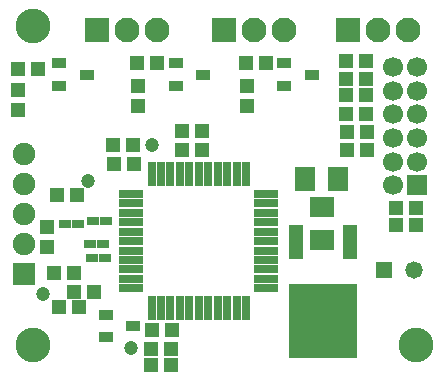
<source format=gbr>
G04 DipTrace 2.4.0.2*
%INTopMask.gbr*%
%MOIN*%
%ADD29R,0.0669X0.0669*%
%ADD30C,0.0669*%
%ADD31R,0.0748X0.0748*%
%ADD32C,0.0748*%
%ADD34C,0.0472*%
%ADD41C,0.116*%
%ADD47R,0.2264X0.25*%
%ADD49R,0.0472X0.1161*%
%ADD51R,0.0276X0.0787*%
%ADD53R,0.0787X0.0276*%
%ADD57R,0.0472X0.0512*%
%ADD59C,0.0827*%
%ADD61R,0.0827X0.0827*%
%ADD67R,0.0492X0.0335*%
%ADD69R,0.0394X0.0315*%
%ADD71R,0.0579X0.0579*%
%ADD73C,0.0579*%
%ADD75R,0.0709X0.0787*%
%ADD77R,0.0787X0.0709*%
%ADD79R,0.0512X0.0472*%
%FSLAX44Y44*%
G04*
G70*
G90*
G75*
G01*
%LNTopMask*%
%LPD*%
D79*
X6437Y7437D3*
X5768D3*
X9661Y4926D3*
X8992D3*
X9687Y5562D3*
X9018D3*
X10687Y12187D3*
X10018D3*
X6437Y6812D3*
X7106D3*
X10687Y11562D3*
X10018D3*
X7709Y11716D3*
X8379D3*
X15491Y13393D3*
X16160D3*
X15512Y12161D3*
X16181D3*
X15475Y14506D3*
X16145D3*
D77*
X14691Y9668D3*
Y8566D3*
D75*
X15223Y10587D3*
X14120D3*
D79*
X17158Y9609D3*
X17827D3*
D73*
X17750Y7562D3*
D71*
X16750D3*
D69*
X7495Y9195D3*
X7062D3*
X6566Y9092D3*
X6133D3*
X7375Y8424D3*
X6942D3*
X7459Y7954D3*
X7026D3*
D67*
X13437Y14437D3*
Y13689D3*
X14343Y14063D3*
X9812Y14437D3*
Y13689D3*
X10718Y14063D3*
X5937Y14437D3*
Y13689D3*
X6843Y14063D3*
D41*
X5062Y5062D3*
Y15687D3*
X17812Y5062D3*
D29*
X17860Y10380D3*
D30*
Y11168D3*
Y11955D3*
Y12742D3*
Y13530D3*
Y14317D3*
X17073D3*
Y13530D3*
Y12742D3*
Y11955D3*
Y11168D3*
Y10380D3*
D31*
X4766Y7415D3*
D32*
Y8415D3*
Y9415D3*
Y10415D3*
Y11415D3*
D67*
X7500Y6062D3*
Y5314D3*
X8405Y5688D3*
D61*
X15562Y15562D3*
D59*
X16562D3*
X17562D3*
D61*
X7187D3*
D59*
X8187D3*
X9187D3*
D61*
X11437D3*
D59*
X12437D3*
X13437D3*
D79*
X17812Y9062D3*
X17143D3*
X5937Y6312D3*
X6606D3*
D57*
X5519Y8312D3*
Y8981D3*
D79*
X8982Y4392D3*
X9652D3*
X6519Y10042D3*
X5850D3*
D57*
X12187Y13687D3*
Y13018D3*
X8562Y13687D3*
Y13018D3*
X4562Y13562D3*
Y12893D3*
D79*
X9187Y14437D3*
X8518D3*
X5235Y14269D3*
X4566D3*
X12812Y14437D3*
X12143D3*
X15491Y12762D3*
X16160D3*
X15512Y11556D3*
X16181D3*
X15475Y13920D3*
X16145D3*
X7754Y11102D3*
X8424D3*
D34*
X6877Y10533D3*
X5375Y6750D3*
X8312Y4937D3*
X9041Y11708D3*
D53*
X12828Y6941D3*
Y7256D3*
Y7571D3*
Y7886D3*
Y8201D3*
Y8516D3*
Y8831D3*
Y9146D3*
Y9461D3*
Y9775D3*
Y10090D3*
D51*
X12158Y10760D3*
X11844D3*
X11529D3*
X11214D3*
X10899D3*
X10584D3*
X10269D3*
X9954D3*
X9639D3*
X9324D3*
X9009D3*
D53*
X8340Y10090D3*
Y9775D3*
Y9461D3*
Y9146D3*
Y8831D3*
Y8516D3*
Y8201D3*
Y7886D3*
Y7571D3*
Y7256D3*
Y6941D3*
D51*
X9009Y6272D3*
X9324D3*
X9639D3*
X9954D3*
X10269D3*
X10584D3*
X10899D3*
X11214D3*
X11529D3*
X11844D3*
X12158D3*
D49*
X15626Y8482D3*
X13831D3*
D47*
X14728Y5844D3*
M02*

</source>
